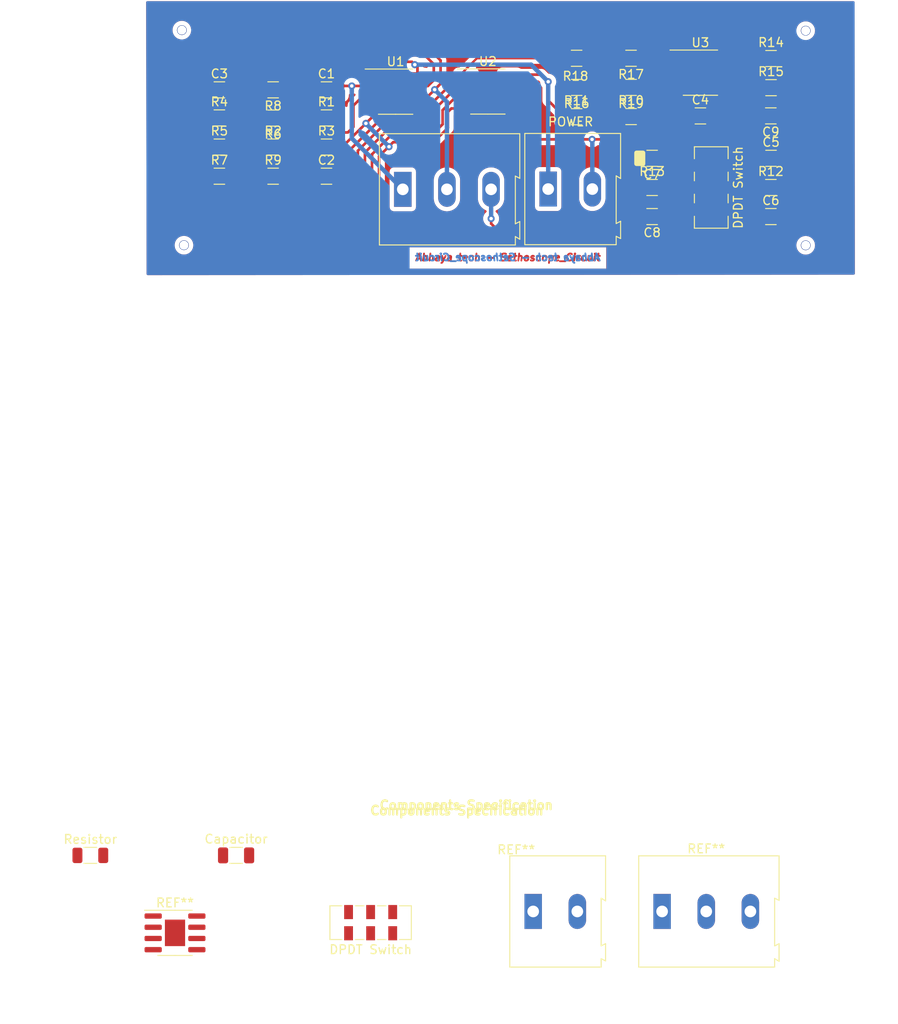
<source format=kicad_pcb>
(kicad_pcb (version 20171130) (host pcbnew "(5.1.0)-1")
  (layers (0 F.Cu signal) (31 B.Cu signal) (34 B.Paste user) (35 F.Paste user) (36 B.SilkS user) (37 F.SilkS user) (38 B.Mask user) (39 F.Mask user) (44 Edge.Cuts user))
  (net 0 "")
  (module TerminalBlock:TerminalBlock_Altech_AK300-2_P5.00mm (layer F.Cu) (at 136.38 180.77)
    (fp_text reference REF** (at -1.92 -6.99) (layer F.SilkS))
    (fp_text value TerminalBlock_Altech_AK300-2_P5.00mm)
    (pad 1 thru_hole rect (at 0 0) (size 1.98 3.96) (drill 1.32) (layers *.Cu *.Mask))
    (pad 2 thru_hole oval (at 5 0) (size 1.98 3.96) (drill 1.32) (layers *.Cu *.Mask))
  )
  (module TerminalBlock:TerminalBlock_Altech_AK300-3_P5.00mm (layer F.Cu) (at 150.985 180.77)
    (fp_text reference REF** (at 5 -7.1) (layer F.SilkS))
    (fp_text value TerminalBlock_Altech_AK300-3_P5.00mm)
    (pad 1 thru_hole rect (at 0 0) (size 1.98 3.96) (drill 1.32) (layers *.Cu *.Mask))
    (pad 2 thru_hole oval (at 5 0) (size 1.98 3.96) (drill 1.32) (layers *.Cu *.Mask))
    (pad 3 thru_hole oval (at 10 0) (size 1.98 3.96) (drill 1.32) (layers *.Cu *.Mask))
  )
  (module Button_Switch_SMD:SW_DPDT_CK_JS202011JCQN (layer F.Cu) (at 117.965 182.04 180)
    (fp_text reference "DPDT Switch" (at 0 -3.05) (layer F.SilkS))
    (fp_text value SW_DPDT_CK_JS202011JCQN)
    (pad 3 smd rect (at 2.5 -1.2 180) (size 1 1.6) (layers F.Cu F.Paste F.Mask))
    (pad 2 smd rect (at 0 -1.2 180) (size 1 1.6) (layers F.Cu F.Paste F.Mask))
    (pad 1 smd rect (at -2.5 -1.2 180) (size 1 1.6) (layers F.Cu F.Paste F.Mask))
    (pad 6 smd rect (at 2.5 1.2 180) (size 1 1.6) (layers F.Cu F.Paste F.Mask))
    (pad 5 smd rect (at 0 1.2 180) (size 1 1.6) (layers F.Cu F.Paste F.Mask))
    (pad 4 smd rect (at -2.5 1.2 180) (size 1 1.6) (layers F.Cu F.Paste F.Mask))
  )
  (module Resistor_SMD:R_1206_3216Metric (layer F.Cu) (at 86.215 174.42)
    (fp_text reference Resistor (at 0 -1.82) (layer F.SilkS))
    (fp_text value R_1206_3216Metric)
    (pad 1 smd roundrect (at -1.4625 0) (size 1.125 1.75) (layers F.Cu F.Paste F.Mask) (roundrect_rratio 0.222222))
    (pad 2 smd roundrect (at 1.4625 0) (size 1.125 1.75) (layers F.Cu F.Paste F.Mask) (roundrect_rratio 0.222222))
  )
  (module Capacitor_SMD:C_1206_3216Metric (layer F.Cu) (at 102.725 174.42)
    (fp_text reference Capacitor (at 0 -1.85) (layer F.SilkS))
    (fp_text value C_1206_3216Metric)
    (pad 2 smd roundrect (at 1.475 0) (size 1.15 1.8) (layers F.Cu F.Paste F.Mask) (roundrect_rratio 0.217391))
    (pad 1 smd roundrect (at -1.475 0) (size 1.15 1.8) (layers F.Cu F.Paste F.Mask) (roundrect_rratio 0.217391))
  )
  (module Package_SO:SOIC-8-1EP_3.9x4.9mm_P1.27mm_EP2.29x3mm (layer F.Cu) (at 95.805 183.195)
    (fp_text reference REF** (at 0 -3.4) (layer F.SilkS))
    (fp_text value SOIC-8-1EP_3.9x4.9mm_P1.27mm_EP2.29x3mm)
    (pad 1 smd roundrect (at -2.475 -1.905) (size 1.95 0.6) (layers F.Cu F.Paste F.Mask))
    (pad 2 smd roundrect (at -2.475 -0.635) (size 1.95 0.6) (layers F.Cu F.Paste F.Mask))
    (pad 3 smd roundrect (at -2.475 0.635) (size 1.95 0.6) (layers F.Cu F.Paste F.Mask))
    (pad 4 smd roundrect (at -2.475 1.905) (size 1.95 0.6) (layers F.Cu F.Paste F.Mask))
    (pad 5 smd roundrect (at 2.475 1.905) (size 1.95 0.6) (layers F.Cu F.Paste F.Mask))
    (pad 6 smd roundrect (at 2.475 0.635) (size 1.95 0.6) (layers F.Cu F.Paste F.Mask))
    (pad 7 smd roundrect (at 2.475 -0.635) (size 1.95 0.6) (layers F.Cu F.Paste F.Mask))
    (pad 8 smd roundrect (at 2.475 -1.905) (size 1.95 0.6) (layers F.Cu F.Paste F.Mask))
    (pad 9 smd rect (at 0 0) (size 2.29 3) (layers F.Cu F.Mask))
  )
  (module Package_SO:SOIC-8-1EP_3.9x4.9mm_P1.27mm_EP2.29x3mm (layer F.Cu) (at 131.245 87.895)
    (fp_text reference U2 (at 0 -3.4) (layer F.SilkS))
    (fp_text value MAX4257)
    (pad 8 smd roundrect (at 2.475 -1.905) (size 1.95 0.6) (layers F.Cu F.Paste F.Mask))
    (pad 7 smd roundrect (at 2.475 -0.635) (size 1.95 0.6) (layers F.Cu F.Paste F.Mask))
    (pad 6 smd roundrect (at 2.475 0.635) (size 1.95 0.6) (layers F.Cu F.Paste F.Mask))
    (pad 5 smd roundrect (at 2.475 1.905) (size 1.95 0.6) (layers F.Cu F.Paste F.Mask))
    (pad 4 smd roundrect (at -2.475 1.905) (size 1.95 0.6) (layers F.Cu F.Paste F.Mask))
    (pad 3 smd roundrect (at -2.475 0.635) (size 1.95 0.6) (layers F.Cu F.Paste F.Mask))
    (pad 2 smd roundrect (at -2.475 -0.635) (size 1.95 0.6) (layers F.Cu F.Paste F.Mask))
    (pad 1 smd roundrect (at -2.475 -1.905) (size 1.95 0.6) (layers F.Cu F.Paste F.Mask))
    (pad 9 smd roundrect (at 0 0) (size 2.29 3) (layers F.Cu F.Mask) (roundrect_rratio 0.10917))
  )
  (module Resistor_SMD:R_1206_3216Metric (layer F.Cu) (at 106.92 90.91 180)
    (fp_text reference R6 (at 0 -1.82) (layer F.SilkS))
    (fp_text value 11k)
    (pad 2 smd roundrect (at 1.4 0 180) (size 1.25 1.75) (layers F.Cu F.Paste F.Mask) (roundrect_rratio 0.2))
    (pad 1 smd roundrect (at -1.4 0 180) (size 1.25 1.75) (layers F.Cu F.Paste F.Mask) (roundrect_rratio 0.2))
  )
  (module TerminalBlock:TerminalBlock_Altech_AK300-3_P5.00mm (layer F.Cu) (at 121.61 98.98)
    (fp_text reference " " (at 5 -7.1) (layer F.SilkS))
    (fp_text value " ")
    (pad 1 thru_hole rect (at 0 0) (size 1.98 3.96) (drill 1.32) (layers *.Cu *.Mask))
    (pad 2 thru_hole oval (at 5 0) (size 1.98 3.96) (drill 1.32) (layers *.Cu *.Mask))
    (pad 3 thru_hole oval (at 10 0) (size 1.98 3.96) (drill 1.32) (layers *.Cu *.Mask))
  )
  (module TerminalBlock:TerminalBlock_Altech_AK300-2_P5.00mm (layer F.Cu) (at 138.08 98.95)
    (fp_text reference POWER (at 2.54 -7.62) (layer F.SilkS))
    (fp_text value " ")
    (pad + thru_hole rect (at 0 0) (size 1.98 3.96) (drill 1.32) (layers *.Cu *.Mask))
    (pad - thru_hole oval (at 5 0) (size 1.98 3.96) (drill 1.32) (layers *.Cu *.Mask))
  )
  (module Resistor_SMD:R_1206_3216Metric (layer F.Cu) (at 149.854 98.771)
    (fp_text reference R13 (at 0 -1.82) (layer F.SilkS))
    (fp_text value 33k)
    (pad 1 smd roundrect (at -1.4 0) (size 1.25 1.75) (layers F.Cu F.Paste F.Mask) (roundrect_rratio 0.2))
    (pad 2 smd roundrect (at 1.4 0) (size 1.25 1.75) (layers F.Cu F.Paste F.Mask) (roundrect_rratio 0.2))
  )
  (module Button_Switch_SMD:SW_DPDT_CK_JS202011JCQN (layer F.Cu) (at 156.553 98.771 270)
    (fp_text reference "DPDT Switch" (at 0 -3.05 90) (layer F.SilkS))
    (fp_text value " ")
    (pad 3 smd rect (at 2.5 -1.2 270) (size 1 1.6) (layers F.Cu F.Paste F.Mask))
    (pad 2 smd rect (at 0 -1.2 270) (size 1 1.6) (layers F.Cu F.Paste F.Mask))
    (pad 1 smd rect (at -2.5 -1.2 270) (size 1 1.6) (layers F.Cu F.Paste F.Mask))
    (pad 6 smd rect (at 2.5 1.2 270) (size 1 1.6) (layers F.Cu F.Paste F.Mask))
    (pad 5 smd rect (at 0 1.2 270) (size 1 1.6) (layers F.Cu F.Paste F.Mask))
    (pad 4 smd rect (at -2.5 1.2 270) (size 1 1.6) (layers F.Cu F.Paste F.Mask))
  )
  (module Resistor_SMD:R_1206_3216Metric (layer F.Cu) (at 100.832 90.888)
    (fp_text reference R4 (at 0 -1.82) (layer F.SilkS))
    (fp_text value 44M)
    (pad 2 smd roundrect (at 1.4 0) (size 1.25 1.75) (layers F.Cu F.Paste F.Mask) (roundrect_rratio 0.2))
    (pad 1 smd roundrect (at -1.4 0) (size 1.25 1.75) (layers F.Cu F.Paste F.Mask) (roundrect_rratio 0.2))
  )
  (module Package_SO:SOIC-8-1EP_3.9x4.9mm_P1.27mm_EP2.29x3mm (layer F.Cu) (at 155.325 85.765)
    (fp_text reference U3 (at 0 -3.4) (layer F.SilkS))
    (fp_text value TL072)
    (pad 9 smd roundrect (at 0 0) (size 2.29 3) (layers F.Cu F.Mask) (roundrect_rratio 0.10917))
    (pad 1 smd roundrect (at -2.475 -1.905) (size 1.95 0.6) (layers F.Cu F.Paste F.Mask))
    (pad 2 smd roundrect (at -2.475 -0.635) (size 1.95 0.6) (layers F.Cu F.Paste F.Mask))
    (pad 3 smd roundrect (at -2.475 0.635) (size 1.95 0.6) (layers F.Cu F.Paste F.Mask))
    (pad 4 smd roundrect (at -2.475 1.905) (size 1.95 0.6) (layers F.Cu F.Paste F.Mask))
    (pad 5 smd roundrect (at 2.475 1.905) (size 1.95 0.6) (layers F.Cu F.Paste F.Mask))
    (pad 6 smd roundrect (at 2.475 0.635) (size 1.95 0.6) (layers F.Cu F.Paste F.Mask))
    (pad 7 smd roundrect (at 2.475 -0.635) (size 1.95 0.6) (layers F.Cu F.Paste F.Mask))
    (pad 8 smd roundrect (at 2.475 -1.905) (size 1.95 0.6) (layers F.Cu F.Paste F.Mask))
  )
  (module Resistor_SMD:R_1206_3216Metric (layer F.Cu) (at 163.325 87.465)
    (fp_text reference R15 (at 0 -1.82) (layer F.SilkS))
    (fp_text value 56k)
    (pad 2 smd roundrect (at 1.4 0) (size 1.25 1.75) (layers F.Cu F.Paste F.Mask) (roundrect_rratio 0.2))
    (pad 1 smd roundrect (at -1.4 0) (size 1.25 1.75) (layers F.Cu F.Paste F.Mask) (roundrect_rratio 0.2))
  )
  (module Capacitor_SMD:C_1206_3216Metric (layer F.Cu) (at 163.3 90.66 180)
    (fp_text reference C9 (at 0 -1.82) (layer F.SilkS))
    (fp_text value 1uf)
    (pad + smd roundrect (at -1.4 0 180) (size 1.25 1.75) (layers F.Cu F.Paste F.Mask) (roundrect_rratio 0.2))
    (pad - smd roundrect (at 1.4 0 180) (size 1.25 1.75) (layers F.Cu F.Paste F.Mask) (roundrect_rratio 0.2))
  )
  (module Resistor_SMD:R_1206_3216Metric (layer F.Cu) (at 163.306 98.771)
    (fp_text reference R12 (at 0 -1.82) (layer F.SilkS))
    (fp_text value 33k)
    (pad 2 smd roundrect (at 1.4 0) (size 1.25 1.75) (layers F.Cu F.Paste F.Mask) (roundrect_rratio 0.2))
    (pad 1 smd roundrect (at -1.4 0) (size 1.25 1.75) (layers F.Cu F.Paste F.Mask) (roundrect_rratio 0.2))
  )
  (module Resistor_SMD:R_1206_3216Metric (layer F.Cu) (at 141.306 87.436 180)
    (fp_text reference R16 (at 0 -1.82) (layer F.SilkS))
    (fp_text value 0)
    (pad 2 smd roundrect (at 1.4 0 180) (size 1.25 1.75) (layers F.Cu F.Paste F.Mask) (roundrect_rratio 0.2))
    (pad 1 smd roundrect (at -1.4 0 180) (size 1.25 1.75) (layers F.Cu F.Paste F.Mask) (roundrect_rratio 0.2))
  )
  (module Resistor_SMD:R_1206_3216Metric (layer F.Cu) (at 147.472 87.436 180)
    (fp_text reference R19 (at 0 -1.82) (layer F.SilkS))
    (fp_text value 47k)
    (pad 1 smd roundrect (at -1.4 0 180) (size 1.25 1.75) (layers F.Cu F.Paste F.Mask) (roundrect_rratio 0.2))
    (pad 2 smd roundrect (at 1.4 0 180) (size 1.25 1.75) (layers F.Cu F.Paste F.Mask) (roundrect_rratio 0.2))
  )
  (module Capacitor_SMD:C_1206_3216Metric (layer F.Cu) (at 112.964 97.492)
    (fp_text reference C2 (at 0 -1.82) (layer F.SilkS))
    (fp_text value 0.47uf)
    (pad 2 smd roundrect (at 1.4 0) (size 1.25 1.75) (layers F.Cu F.Paste F.Mask) (roundrect_rratio 0.2))
    (pad 1 smd roundrect (at -1.4 0) (size 1.25 1.75) (layers F.Cu F.Paste F.Mask) (roundrect_rratio 0.2))
  )
  (module Resistor_SMD:R_1206_3216Metric (layer F.Cu) (at 112.964 94.19)
    (fp_text reference R3 (at 0 -1.82) (layer F.SilkS))
    (fp_text value 100k)
    (pad 2 smd roundrect (at 1.4 0) (size 1.25 1.75) (layers F.Cu F.Paste F.Mask) (roundrect_rratio 0.2))
    (pad 1 smd roundrect (at -1.4 0) (size 1.25 1.75) (layers F.Cu F.Paste F.Mask) (roundrect_rratio 0.2))
  )
  (module Resistor_SMD:R_1206_3216Metric (layer F.Cu) (at 141.3 84.134 180)
    (fp_text reference R18 (at 0.124 -2.032) (layer F.SilkS))
    (fp_text value 0)
    (pad 2 smd roundrect (at 1.4 0 180) (size 1.25 1.75) (layers F.Cu F.Paste F.Mask) (roundrect_rratio 0.2))
    (pad 1 smd roundrect (at -1.4 0 180) (size 1.25 1.75) (layers F.Cu F.Paste F.Mask) (roundrect_rratio 0.2))
  )
  (module Resistor_SMD:R_1206_3216Metric (layer F.Cu) (at 147.466 84.134 180)
    (fp_text reference R17 (at 0 -1.82) (layer F.SilkS))
    (fp_text value 0)
    (pad 1 smd roundrect (at -1.4 0 180) (size 1.25 1.75) (layers F.Cu F.Paste F.Mask) (roundrect_rratio 0.2))
    (pad 2 smd roundrect (at 1.4 0 180) (size 1.25 1.75) (layers F.Cu F.Paste F.Mask) (roundrect_rratio 0.2))
  )
  (module Resistor_SMD:R_1206_3216Metric (layer F.Cu) (at 106.92 87.71 180)
    (fp_text reference R8 (at 0 -1.82) (layer F.SilkS))
    (fp_text value 221k)
    (pad 2 smd roundrect (at 1.4 0 180) (size 1.25 1.75) (layers F.Cu F.Paste F.Mask) (roundrect_rratio 0.2))
    (pad 1 smd roundrect (at -1.4 0 180) (size 1.25 1.75) (layers F.Cu F.Paste F.Mask) (roundrect_rratio 0.2))
  )
  (module Resistor_SMD:R_1206_3216Metric (layer F.Cu) (at 100.832 94.19)
    (fp_text reference R5 (at 0 -1.82) (layer F.SilkS))
    (fp_text value 10k)
    (pad 2 smd roundrect (at 1.4 0) (size 1.25 1.75) (layers F.Cu F.Paste F.Mask) (roundrect_rratio 0.2))
    (pad 1 smd roundrect (at -1.4 0) (size 1.25 1.75) (layers F.Cu F.Paste F.Mask) (roundrect_rratio 0.2))
  )
  (module Resistor_SMD:R_1206_3216Metric (layer F.Cu) (at 163.325 84.165)
    (fp_text reference R14 (at 0 -1.82) (layer F.SilkS))
    (fp_text value 33k)
    (pad 1 smd roundrect (at -1.4 0) (size 1.25 1.75) (layers F.Cu F.Paste F.Mask) (roundrect_rratio 0.2))
    (pad 2 smd roundrect (at 1.4 0) (size 1.25 1.75) (layers F.Cu F.Paste F.Mask) (roundrect_rratio 0.2))
  )
  (module Capacitor_SMD:C_1206_3216Metric (layer F.Cu) (at 163.306 102.065)
    (fp_text reference C6 (at 0 -1.82) (layer F.SilkS))
    (fp_text value 4.7uf)
    (pad - smd roundrect (at 1.4 0) (size 1.25 1.75) (layers F.Cu F.Paste F.Mask) (roundrect_rratio 0.2))
    (pad + smd roundrect (at -1.4 0) (size 1.25 1.75) (layers F.Cu F.Paste F.Mask) (roundrect_rratio 0.2))
  )
  (module Resistor_SMD:R_1206_3216Metric (layer F.Cu) (at 141.306 90.757)
    (fp_text reference R11 (at 0 -1.82) (layer F.SilkS))
    (fp_text value 47k)
    (pad 2 smd roundrect (at 1.4 0) (size 1.25 1.75) (layers F.Cu F.Paste F.Mask) (roundrect_rratio 0.2))
    (pad 1 smd roundrect (at -1.4 0) (size 1.25 1.75) (layers F.Cu F.Paste F.Mask) (roundrect_rratio 0.2))
  )
  (module Capacitor_SMD:C_1206_3216Metric (layer F.Cu) (at 149.854 95.465 180)
    (fp_text reference C7 (at 0 -1.82) (layer F.SilkS))
    (fp_text value 47uf)
    (pad + smd roundrect (at -1.4 0 180) (size 1.25 1.75) (layers F.Cu F.Paste F.Mask) (roundrect_rratio 0.2))
    (pad - smd roundrect (at 1.4 0 180) (size 1.25 1.75) (layers F.Cu F.Paste F.SilkS F.Mask) (roundrect_rratio 0.2))
  )
  (module Resistor_SMD:R_1206_3216Metric (layer F.Cu) (at 112.964 90.888)
    (fp_text reference R1 (at 0 -1.82) (layer F.SilkS))
    (fp_text value 44M)
    (pad 1 smd roundrect (at -1.4 0) (size 1.25 1.75) (layers F.Cu F.Paste F.Mask) (roundrect_rratio 0.2))
    (pad 2 smd roundrect (at 1.4 0) (size 1.25 1.75) (layers F.Cu F.Paste F.Mask) (roundrect_rratio 0.2))
  )
  (module Capacitor_SMD:C_1206_3216Metric (layer F.Cu) (at 155.325 90.665)
    (fp_text reference C4 (at 0 -1.82) (layer F.SilkS))
    (fp_text value 1uf)
    (pad - smd roundrect (at 1.4 0) (size 1.25 1.75) (layers *.Mask F.Cu F.Paste) (roundrect_rratio 0.2))
    (pad + smd roundrect (at -1.4 0) (size 1.25 1.75) (layers F.Cu F.Paste F.Mask) (roundrect_rratio 0.2))
  )
  (module Resistor_SMD:R_1206_3216Metric (layer F.Cu) (at 147.472 90.738)
    (fp_text reference R10 (at 0 -1.82) (layer F.SilkS))
    (fp_text value 47k)
    (pad 1 smd roundrect (at -1.4 0) (size 1.25 1.75) (layers F.Cu F.Paste F.Mask) (roundrect_rratio 0.2))
    (pad 2 smd roundrect (at 1.4 0) (size 1.25 1.75) (layers F.Cu F.Paste F.Mask) (roundrect_rratio 0.2))
  )
  (module Resistor_SMD:R_1206_3216Metric (layer F.Cu) (at 100.832 97.492)
    (fp_text reference R7 (at 0 -1.82) (layer F.SilkS))
    (fp_text value 221k)
    (pad 1 smd roundrect (at -1.4 0) (size 1.25 1.75) (layers F.Cu F.Paste F.Mask) (roundrect_rratio 0.2))
    (pad 2 smd roundrect (at 1.4 0) (size 1.25 1.75) (layers F.Cu F.Paste F.Mask) (roundrect_rratio 0.2))
  )
  (module Package_SO:SOIC-8-1EP_3.9x4.9mm_P1.27mm_EP2.29x3mm (layer F.Cu) (at 120.795 87.915)
    (fp_text reference U1 (at 0 -3.4) (layer F.SilkS))
    (fp_text value MAX4257)
    (pad 8 smd roundrect (at 2.475 -1.905) (size 1.95 0.6) (layers F.Cu F.Paste F.Mask))
    (pad 7 smd roundrect (at 2.475 -0.635) (size 1.95 0.6) (layers F.Cu F.Paste F.Mask))
    (pad 6 smd roundrect (at 2.475 0.635) (size 1.95 0.6) (layers F.Cu F.Paste F.Mask))
    (pad 5 smd roundrect (at 2.475 1.905) (size 1.95 0.6) (layers F.Cu F.Paste F.Mask))
    (pad 4 smd roundrect (at -2.475 1.905) (size 1.95 0.6) (layers F.Cu F.Paste F.Mask))
    (pad 3 smd roundrect (at -2.475 0.635) (size 1.95 0.6) (layers F.Cu F.Paste F.Mask))
    (pad 2 smd roundrect (at -2.475 -0.635) (size 1.95 0.6) (layers F.Cu F.Paste F.Mask))
    (pad 1 smd roundrect (at -2.475 -1.905) (size 1.95 0.6) (layers F.Cu F.Paste F.Mask))
    (pad 9 smd roundrect (at 0 0) (size 2.29 3) (layers F.Cu F.Mask) (roundrect_rratio 0.10917))
  )
  (module Capacitor_SMD:C_1206_3216Metric (layer F.Cu) (at 112.964 87.713)
    (fp_text reference C1 (at 0 -1.82) (layer F.SilkS))
    (fp_text value 10pf)
    (pad 1 smd roundrect (at -1.4 0) (size 1.25 1.75) (layers F.Cu F.Paste F.Mask) (roundrect_rratio 0.2))
    (pad 2 smd roundrect (at 1.4 0) (size 1.25 1.75) (layers F.Cu F.Paste F.Mask) (roundrect_rratio 0.2))
  )
  (module Capacitor_SMD:C_1206_3216Metric (layer F.Cu) (at 100.832 87.713)
    (fp_text reference C3 (at 0 -1.82) (layer F.SilkS))
    (fp_text value 100pf)
    (pad 2 smd roundrect (at 1.4 0) (size 1.25 1.75) (layers F.Cu F.Paste F.Mask) (roundrect_rratio 0.2))
    (pad 1 smd roundrect (at -1.4 0) (size 1.25 1.75) (layers F.Cu F.Paste F.Mask) (roundrect_rratio 0.2))
  )
  (module Capacitor_SMD:C_1206_3216Metric (layer F.Cu) (at 163.325 95.465)
    (fp_text reference C5 (at 0 -1.82) (layer F.SilkS))
    (fp_text value 47uf)
    (pad + smd roundrect (at -1.4 0) (size 1.25 1.75) (layers F.Cu F.Paste F.Mask) (roundrect_rratio 0.2))
    (pad - smd roundrect (at 1.4 0) (size 1.25 1.75) (layers F.Cu F.Paste F.Mask) (roundrect_rratio 0.2))
  )
  (module Resistor_SMD:R_1206_3216Metric (layer F.Cu) (at 106.92 97.492)
    (fp_text reference R9 (at 0 -1.82) (layer F.SilkS))
    (fp_text value 100k)
    (pad 1 smd roundrect (at -1.4 0) (size 1.25 1.75) (layers F.Cu F.Paste F.Mask) (roundrect_rratio 0.2))
    (pad 2 smd roundrect (at 1.4 0) (size 1.25 1.75) (layers F.Cu F.Paste F.Mask) (roundrect_rratio 0.2))
  )
  (module Resistor_SMD:R_1206_3216Metric (layer F.Cu) (at 106.92 94.19)
    (fp_text reference R2 (at 0 -1.82) (layer F.SilkS))
    (fp_text value 100k)
    (pad 1 smd roundrect (at -1.4 0) (size 1.25 1.75) (layers F.Cu F.Paste F.Mask) (roundrect_rratio 0.2))
    (pad 2 smd roundrect (at 1.4 0) (size 1.25 1.75) (layers F.Cu F.Paste F.Mask) (roundrect_rratio 0.2))
  )
  (module Capacitor_SMD:C_1206_3216Metric (layer F.Cu) (at 149.854 102.065 180)
    (fp_text reference C8 (at 0 -1.82) (layer F.SilkS))
    (fp_text value 4.7uf)
    (pad - smd roundrect (at 1.4 0 180) (size 1.25 1.75) (layers F.Cu F.Paste F.Mask) (roundrect_rratio 0.2))
    (pad + smd roundrect (at -1.4 0 180) (size 1.25 1.75) (layers F.Cu F.Paste F.Mask) (roundrect_rratio 0.2))
  )
  (gr_text "Abhaya tech - Sethoscope_Circuit" (at 133.53 106.68) (layer B.Cu) (effects (font (size 0.8 0.8) (thickness 0.2) italic) (justify mirror)))
  (gr_text "Abhaya tech - Sethoscope_Circuit" (at 133.5 106.69) (layer F.Cu) (effects (font (size 0.8 0.8) (thickness 0.2) italic)))
  (gr_text "Components Specification " (at 128.125 169.34) (layer F.SilkS) (effects (font (size 1 1) (thickness 0.25))))
  (gr_text "Components Specification " (at 129.1844 168.73728) (layer F.SilkS) (effects (font (size 1 1) (thickness 0.25))))
  (segment (start 99.432 91.136) (end 99.438 91.142) (width 0.8) (layer F.Cu) (net 0))
  (segment (start 99.432 90.888) (end 99.432 91.136) (width 0.8) (layer F.Cu) (net 0))
  (segment (start 148.751 90.642) (end 148.739 90.63) (width 0.8) (layer F.Cu) (net 0))
  (segment (start 139.876 84.14) (end 139.87 84.134) (width 0.8) (layer F.Cu) (net 0))
  (segment (start 146.066 82.616) (end 146.453 82.229) (width 0.300387) (layer F.Cu) (net 0))
  (segment (start 146.066 84.134) (end 146.066 82.616) (width 0.300387) (layer F.Cu) (net 0))
  (segment (start 111.564 87.211) (end 111.564 87.713) (width 0.300387) (layer F.Cu) (net 0))
  (segment (start 111.564 86.966) (end 111.564 87.713) (width 0.300387) (layer F.Cu) (net 0))
  (segment (start 112.52 86.01) (end 112.32 86.21) (width 0.300387) (layer F.Cu) (net 0))
  (segment (start 118.32 86.01) (end 112.52 86.01) (width 0.300387) (layer F.Cu) (net 0))
  (segment (start 112.32 86.21) (end 111.564 86.966) (width 0.300387) (layer F.Cu) (net 0))
  (segment (start 108.32 90.91) (end 111.564 90.91) (width 0.300387) (layer F.Cu) (net 0))
  (segment (start 105.52 87.713) (end 105.52 87.81) (width 0.300387) (layer F.Cu) (net 0))
  (segment (start 105.52 94.19) (end 105.443 94.19) (width 0.300387) (layer F.Cu) (net 0))
  (segment (start 108.32 94.19) (end 111.564 94.19) (width 0.300387) (layer F.Cu) (net 0))
  (segment (start 116.52 83.81) (end 115.92 84.41) (width 0.300387) (layer F.Cu) (net 0))
  (segment (start 115.92 84.41) (end 111.92 84.41) (width 0.300387) (layer F.Cu) (net 0))
  (segment (start 111.92 84.41) (end 111.12 85.21) (width 0.300387) (layer F.Cu) (net 0))
  (segment (start 122.52 83.81) (end 122.72 83.81) (width 0.300387) (layer F.Cu) (net 0))
  (segment (start 122.52 83.81) (end 116.52 83.81) (width 0.300387) (layer F.Cu) (net 0))
  (segment (start 123.32 83.81) (end 122.52 83.81) (width 0.300387) (layer F.Cu) (net 0))
  (segment (start 125.12 84.81) (end 124.12 83.81) (width 0.300387) (layer F.Cu) (net 0))
  (segment (start 125.12 86.61) (end 125.12 84.81) (width 0.300387) (layer F.Cu) (net 0))
  (segment (start 124.45 87.28) (end 125.12 86.61) (width 0.300387) (layer F.Cu) (net 0))
  (segment (start 124.12 83.81) (end 123.32 83.81) (width 0.300387) (layer F.Cu) (net 0))
  (segment (start 123.27 87.28) (end 124.45 87.28) (width 0.300387) (layer F.Cu) (net 0))
  (segment (start 116.32 85.21) (end 112.32 85.21) (width 0.300387) (layer F.Cu) (net 0))
  (segment (start 116.995 84.535) (end 116.32 85.21) (width 0.300387) (layer F.Cu) (net 0))
  (segment (start 123.27 85.16) (end 122.97 84.86) (width 0.300387) (layer F.Cu) (net 0))
  (segment (start 112.32 85.21) (end 111.52 86.01) (width 0.300387) (layer F.Cu) (net 0))
  (segment (start 123.27 86.01) (end 123.27 85.16) (width 0.300387) (layer F.Cu) (net 0))
  (segment (start 142.7 84.134) (end 146.066 84.134) (width 0.300387) (layer F.Cu) (net 0))
  (segment (start 139.9 87.43) (end 139.906 87.436) (width 0.300387) (layer F.Cu) (net 0))
  (segment (start 139.9 84.134) (end 139.9 87.43) (width 0.300387) (layer F.Cu) (net 0))
  (segment (start 142.706 87.436) (end 146.072 87.436) (width 0.300387) (layer F.Cu) (net 0))
  (segment (start 148.866 87.43) (end 148.872 87.436) (width 0.300387) (layer F.Cu) (net 0))
  (segment (start 148.866 84.134) (end 148.866 87.43) (width 0.300387) (layer F.Cu) (net 0))
  (segment (start 142.706 90.757) (end 142.706 90.294) (width 0.300387) (layer F.Cu) (net 0))
  (segment (start 148.866 90.738) (end 148.872 90.738) (width 0.300387) (layer F.Cu) (net 0))
  (segment (start 105.52 90.888) (end 105.474 90.888) (width 0.300387) (layer F.Cu) (net 0))
  (segment (start 111.564 97.492) (end 111.564 94.19) (width 0.300387) (layer F.Cu) (net 0))
  (segment (start 114.364 97.492) (end 114.364 94.19) (width 0.300387) (layer F.Cu) (net 0))
  (segment (start 111.564 94.19) (end 111.564 93.815) (width 0.300387) (layer F.Cu) (net 0))
  (segment (start 111.564 93.815) (end 112.84 92.539) (width 0.300387) (layer F.Cu) (net 0))
  (segment (start 112.84 92.539) (end 115.38 92.539) (width 0.300387) (layer F.Cu) (net 0))
  (segment (start 115.38 92.539) (end 116.015 91.904) (width 0.300387) (layer F.Cu) (net 0))
  (segment (start 116.015 91.904) (end 116.015 89.491) (width 0.300387) (layer F.Cu) (net 0))
  (segment (start 116.956 88.55) (end 118.32 88.55) (width 0.300387) (layer F.Cu) (net 0))
  (segment (start 116.015 89.491) (end 116.956 88.55) (width 0.300387) (layer F.Cu) (net 0))
  (segment (start 99.432 87.713) (end 99.432 90.888) (width 0.300387) (layer F.Cu) (net 0))
  (segment (start 99.432 94.371) (end 99.432 94.19) (width 0.300387) (layer F.Cu) (net 0))
  (segment (start 155.353 96.271) (end 153.931 96.271) (width 0.300387) (layer F.Cu) (net 0))
  (segment (start 153.125 95.465) (end 151.254 95.465) (width 0.300387) (layer F.Cu) (net 0))
  (segment (start 153.931 96.271) (end 153.125 95.465) (width 0.300387) (layer F.Cu) (net 0))
  (segment (start 155.353 101.271) (end 154.019 101.271) (width 0.300387) (layer F.Cu) (net 0))
  (segment (start 153.225 102.065) (end 151.254 102.065) (width 0.300387) (layer F.Cu) (net 0))
  (segment (start 154.019 101.271) (end 153.225 102.065) (width 0.300387) (layer F.Cu) (net 0))
  (segment (start 151.254 98.771) (end 155.353 98.771) (width 0.300387) (layer F.Cu) (net 0))
  (segment (start 157.753 98.771) (end 161.906 98.771) (width 0.300387) (layer F.Cu) (net 0))
  (segment (start 157.753 96.271) (end 159.519 96.271) (width 0.300387) (layer F.Cu) (net 0))
  (segment (start 160.325 95.465) (end 161.925 95.465) (width 0.300387) (layer F.Cu) (net 0))
  (segment (start 159.519 96.271) (end 160.325 95.465) (width 0.300387) (layer F.Cu) (net 0))
  (segment (start 157.753 101.271) (end 159.531 101.271) (width 0.300387) (layer F.Cu) (net 0))
  (segment (start 160.325 102.065) (end 161.906 102.065) (width 0.300387) (layer F.Cu) (net 0))
  (segment (start 159.531 101.271) (end 160.325 102.065) (width 0.300387) (layer F.Cu) (net 0))
  (segment (start 164.725 95.465) (end 164.725 96.265) (width 0.300387) (layer F.Cu) (net 0))
  (segment (start 164.725 96.265) (end 163.325 97.665) (width 0.300387) (layer F.Cu) (net 0))
  (segment (start 164.706 102.065) (end 164.706 101.246) (width 0.300387) (layer F.Cu) (net 0))
  (segment (start 164.706 101.146) (end 163.325 99.765) (width 0.300387) (layer F.Cu) (net 0))
  (segment (start 164.706 102.065) (end 164.706 101.146) (width 0.300387) (layer F.Cu) (net 0))
  (segment (start 151.254 97.994) (end 151.254 98.771) (width 0.300387) (layer F.Cu) (net 0))
  (segment (start 149.825 96.565) (end 151.254 97.994) (width 0.300387) (layer F.Cu) (net 0))
  (segment (start 161.927 84.177) (end 161.927 83.863) (width 0.300387) (layer F.Cu) (net 0))
  (segment (start 142.706 90.294) (end 143.913 89.087) (width 0.300387) (layer F.Cu) (net 0))
  (segment (start 146.072 87.436) (end 146.496 87.436) (width 0.300387) (layer F.Cu) (net 0))
  (segment (start 146.496 87.436) (end 148.125 89.065) (width 0.300387) (layer F.Cu) (net 0))
  (segment (start 148.125 89.065) (end 150.025 89.065) (width 0.300387) (layer F.Cu) (net 0))
  (segment (start 150.025 89.065) (end 150.325 88.765) (width 0.300387) (layer F.Cu) (net 0))
  (segment (start 150.325 88.765) (end 150.325 86.265) (width 0.300387) (layer F.Cu) (net 0))
  (segment (start 151.46 85.13) (end 152.85 85.13) (width 0.300387) (layer F.Cu) (net 0))
  (segment (start 150.325 86.265) (end 151.46 85.13) (width 0.300387) (layer F.Cu) (net 0))
  (segment (start 152.85 86.4) (end 151.79 86.4) (width 0.300387) (layer F.Cu) (net 0))
  (segment (start 151.79 86.4) (end 151.225 86.965) (width 0.300387) (layer F.Cu) (net 0))
  (segment (start 151.225 86.965) (end 151.225 89.065) (width 0.300387) (layer F.Cu) (net 0))
  (segment (start 149.552 90.738) (end 148.872 90.738) (width 0.300387) (layer F.Cu) (net 0))
  (segment (start 151.225 89.065) (end 149.552 90.738) (width 0.300387) (layer F.Cu) (net 0))
  (segment (start 146.072 90.738) (end 146.072 91.612) (width 0.300387) (layer F.Cu) (net 0))
  (segment (start 146.072 91.612) (end 146.925 92.465) (width 0.300387) (layer F.Cu) (net 0))
  (segment (start 152.85 87.67) (end 152.85 88.19) (width 0.300387) (layer F.Cu) (net 0))
  (segment (start 152.85 88.19) (end 153.625 88.965) (width 0.300387) (layer F.Cu) (net 0))
  (segment (start 153.625 88.965) (end 155.825 88.965) (width 0.300387) (layer F.Cu) (net 0))
  (segment (start 156.725 89.865) (end 156.725 90.665) (width 0.300387) (layer F.Cu) (net 0))
  (segment (start 155.825 88.965) (end 156.725 89.865) (width 0.300387) (layer F.Cu) (net 0))
  (segment (start 149.14 83.86) (end 148.866 84.134) (width 0.300387) (layer F.Cu) (net 0))
  (segment (start 152.85 83.86) (end 149.14 83.86) (width 0.300387) (layer F.Cu) (net 0))
  (segment (start 160.413 84.177) (end 161.927 84.177) (width 0.300387) (layer F.Cu) (net 0))
  (segment (start 164.727 87.463) (end 164.725 87.465) (width 0.300387) (layer F.Cu) (net 0))
  (segment (start 161.927 84.177) (end 162.013 84.177) (width 0.300387) (layer F.Cu) (net 0))
  (segment (start 148.872 90.738) (end 148.498 90.738) (width 0.300387) (layer F.Cu) (net 0))
  (segment (start 146.847 89.087) (end 143.913 89.087) (width 0.300387) (layer F.Cu) (net 0))
  (segment (start 148.498 90.738) (end 146.847 89.087) (width 0.300387) (layer F.Cu) (net 0))
  (segment (start 146.925 92.465) (end 149.925 92.465) (width 0.300387) (layer F.Cu) (net 0))
  (segment (start 151.725 90.665) (end 153.925 90.665) (width 0.300387) (layer F.Cu) (net 0))
  (segment (start 149.925 92.465) (end 151.725 90.665) (width 0.300387) (layer F.Cu) (net 0))
  (segment (start 159.46 85.13) (end 160.413 84.177) (width 0.300387) (layer F.Cu) (net 0))
  (segment (start 157.8 85.13) (end 159.46 85.13) (width 0.300387) (layer F.Cu) (net 0))
  (segment (start 166.525 88.245) (end 166.525 88.495) (width 0.300387) (layer F.Cu) (net 0))
  (segment (start 167.265 88.755) (end 167.265 88.595) (width 0.300387) (layer F.Cu) (net 0))
  (segment (start 163.325 97.665) (end 163.325 99.765) (width 0.300387) (layer F.Cu) (net 0))
  (segment (start 114.364 94.19) (end 114.54 94.19) (width 0.300387) (layer F.Cu) (net 0))
  (segment (start 118.92 91.21) (end 121.88 91.21) (width 0.300387) (layer F.Cu) (net 0))
  (segment (start 115.72 94.41) (end 118.92 91.21) (width 0.300387) (layer F.Cu) (net 0))
  (segment (start 121.88 91.21) (end 123.27 89.82) (width 0.300387) (layer F.Cu) (net 0))
  (segment (start 115.72 98.61) (end 115.72 94.41) (width 0.300387) (layer F.Cu) (net 0))
  (segment (start 115.12 99.21) (end 115.72 98.61) (width 0.300387) (layer F.Cu) (net 0))
  (segment (start 112.12 99.21) (end 115.12 99.21) (width 0.300387) (layer F.Cu) (net 0))
  (segment (start 111.564 98.654) (end 112.12 99.21) (width 0.300387) (layer F.Cu) (net 0))
  (segment (start 111.564 97.492) (end 111.564 98.654) (width 0.300387) (layer F.Cu) (net 0))
  (segment (start 117.32 94.81) (end 119.72 92.41) (width 0.300387) (layer F.Cu) (net 0))
  (segment (start 122.52 92.41) (end 122.72 92.41) (width 0.300387) (layer F.Cu) (net 0))
  (segment (start 124.32 92.41) (end 125.52 91.21) (width 0.300387) (layer F.Cu) (net 0))
  (segment (start 122.52 92.41) (end 124.32 92.41) (width 0.300387) (layer F.Cu) (net 0))
  (segment (start 105.52 98.61) (end 105.52 97.492) (width 0.300387) (layer F.Cu) (net 0))
  (segment (start 107.72 100.81) (end 105.52 98.61) (width 0.300387) (layer F.Cu) (net 0))
  (segment (start 117.32 99.21) (end 115.72 100.81) (width 0.300387) (layer F.Cu) (net 0))
  (segment (start 117.32 99.21) (end 117.32 94.81) (width 0.300387) (layer F.Cu) (net 0))
  (segment (start 128.12 86.01) (end 128.77 86.01) (width 0.300387) (layer F.Cu) (net 0))
  (segment (start 124.92 90.81) (end 124.92 89.21) (width 0.300387) (layer F.Cu) (net 0))
  (segment (start 119.32 91.81) (end 123.92 91.81) (width 0.300387) (layer F.Cu) (net 0))
  (segment (start 116.52 99.01) (end 116.52 94.61) (width 0.300387) (layer F.Cu) (net 0))
  (segment (start 115.52 100.01) (end 116.52 99.01) (width 0.300387) (layer F.Cu) (net 0))
  (segment (start 123.92 91.81) (end 124.92 90.81) (width 0.300387) (layer F.Cu) (net 0))
  (segment (start 109.52 100.01) (end 115.52 100.01) (width 0.300387) (layer F.Cu) (net 0))
  (segment (start 116.52 94.61) (end 119.32 91.81) (width 0.300387) (layer F.Cu) (net 0))
  (segment (start 108.32 98.81) (end 109.52 100.01) (width 0.300387) (layer F.Cu) (net 0))
  (segment (start 108.32 97.492) (end 108.32 98.81) (width 0.300387) (layer F.Cu) (net 0))
  (segment (start 125.52 91.21) (end 125.52 89.61) (width 0.300387) (layer F.Cu) (net 0))
  (segment (start 127.85 87.28) (end 128.77 87.28) (width 0.300387) (layer F.Cu) (net 0))
  (segment (start 125.52 89.61) (end 127.85 87.28) (width 0.300387) (layer F.Cu) (net 0))
  (segment (start 126.12 90.01) (end 127.58 88.55) (width 0.300387) (layer F.Cu) (net 0))
  (segment (start 126.12 91.61) (end 126.12 90.01) (width 0.300387) (layer F.Cu) (net 0))
  (segment (start 124.72 93.01) (end 126.12 91.61) (width 0.300387) (layer F.Cu) (net 0))
  (segment (start 118.12 95.01) (end 120.12 93.01) (width 0.300387) (layer F.Cu) (net 0))
  (segment (start 118.12 95.41) (end 118.12 95.01) (width 0.300387) (layer F.Cu) (net 0))
  (segment (start 127.58 88.55) (end 128.77 88.55) (width 0.300387) (layer F.Cu) (net 0))
  (segment (start 102.232 87.713) (end 102.232 90.888) (width 0.300387) (layer F.Cu) (net 0))
  (segment (start 99.432 93.898) (end 99.432 94.19) (width 0.300387) (layer F.Cu) (net 0))
  (segment (start 105.52 97.478) (end 102.232 94.19) (width 0.300387) (layer F.Cu) (net 0))
  (segment (start 105.52 97.492) (end 105.52 97.478) (width 0.300387) (layer F.Cu) (net 0))
  (segment (start 99.432 97.492) (end 99.432 96.898) (width 0.300387) (layer F.Cu) (net 0))
  (segment (start 102.232 90.888) (end 101.642 90.888) (width 0.300387) (layer F.Cu) (net 0))
  (segment (start 99.432 93.098) (end 99.432 94.19) (width 0.300387) (layer F.Cu) (net 0))
  (segment (start 101.642 90.888) (end 99.432 93.098) (width 0.300387) (layer F.Cu) (net 0))
  (segment (start 107.32 101.61) (end 104.92 99.21) (width 0.300387) (layer F.Cu) (net 0))
  (segment (start 118.12 95.21) (end 118.12 99.61) (width 0.300387) (layer F.Cu) (net 0))
  (segment (start 107.72 100.81) (end 115.72 100.81) (width 0.300387) (layer F.Cu) (net 0))
  (segment (start 116.12 101.61) (end 116.62 101.11) (width 0.300387) (layer F.Cu) (net 0))
  (segment (start 116.62 101.11) (end 116.32 101.41) (width 0.300387) (layer F.Cu) (net 0))
  (segment (start 107.32 101.61) (end 116.12 101.61) (width 0.300387) (layer F.Cu) (net 0))
  (segment (start 118.12 99.61) (end 116.62 101.11) (width 0.300387) (layer F.Cu) (net 0))
  (segment (start 120.52 93.01) (end 120.12 93.01) (width 0.300387) (layer F.Cu) (net 0))
  (segment (start 120.32 93.01) (end 120.52 93.01) (width 0.300387) (layer F.Cu) (net 0))
  (segment (start 120.52 93.01) (end 124.72 93.01) (width 0.300387) (layer F.Cu) (net 0))
  (segment (start 120.12 92.41) (end 119.72 92.41) (width 0.300387) (layer F.Cu) (net 0))
  (segment (start 119.92 92.41) (end 120.12 92.41) (width 0.300387) (layer F.Cu) (net 0))
  (segment (start 120.12 92.41) (end 122.52 92.41) (width 0.300387) (layer F.Cu) (net 0))
  (segment (start 116.52 102.41) (end 118.92 100.01) (width 0.300387) (layer F.Cu) (net 0))
  (segment (start 106.72 102.41) (end 116.52 102.41) (width 0.300387) (layer F.Cu) (net 0))
  (segment (start 104.32 100.01) (end 106.72 102.41) (width 0.300387) (layer F.Cu) (net 0))
  (segment (start 101.72 100.01) (end 104.32 100.01) (width 0.300387) (layer F.Cu) (net 0))
  (segment (start 99.432 97.722) (end 101.72 100.01) (width 0.300387) (layer F.Cu) (net 0))
  (segment (start 99.432 97.492) (end 99.432 97.722) (width 0.300387) (layer F.Cu) (net 0))
  (segment (start 105.52 87.713) (end 105.52 90.888) (width 0.300387) (layer F.Cu) (net 0))
  (segment (start 104.52 92.61) (end 105.52 91.61) (width 0.300387) (layer F.Cu) (net 0))
  (segment (start 101.72 92.61) (end 104.52 92.61) (width 0.300387) (layer F.Cu) (net 0))
  (segment (start 100.92 93.41) (end 101.72 92.61) (width 0.300387) (layer F.Cu) (net 0))
  (segment (start 105.52 91.61) (end 105.52 90.888) (width 0.300387) (layer F.Cu) (net 0))
  (segment (start 100.92 96.61) (end 100.92 93.41) (width 0.300387) (layer F.Cu) (net 0))
  (segment (start 129.996 84.134) (end 127.82 86.31) (width 0.25) (layer F.Cu) (net 0))
  (segment (start 139.9 84.134) (end 129.996 84.134) (width 0.25) (layer F.Cu) (net 0))
  (segment (start 127.82 86.31) (end 128.12 86.01) (width 0.300387) (layer F.Cu) (net 0))
  (segment (start 124.92 89.21) (end 127.82 86.31) (width 0.300387) (layer F.Cu) (net 0))
  (segment (start 108.32 87.71) (end 108.32 88.11) (width 0.300387) (layer F.Cu) (net 0))
  (segment (start 108.32 88.11) (end 107.02 89.41) (width 0.300387) (layer F.Cu) (net 0))
  (segment (start 107.02 92.69) (end 106.81 92.9) (width 0.300387) (layer F.Cu) (net 0))
  (segment (start 107.02 89.41) (end 107.02 92.69) (width 0.300387) (layer F.Cu) (net 0))
  (segment (start 106.81 92.9) (end 105.52 94.19) (width 0.300387) (layer F.Cu) (net 0))
  (segment (start 106.92 92.79) (end 106.81 92.9) (width 0.300387) (layer F.Cu) (net 0))
  (segment (start 101.935 85.21) (end 99.432 87.713) (width 0.300387) (layer F.Cu) (net 0))
  (segment (start 103.835 86.11) (end 102.232 87.713) (width 0.300387) (layer F.Cu) (net 0))
  (segment (start 110.02 86.01) (end 108.32 87.71) (width 0.300387) (layer F.Cu) (net 0))
  (segment (start 111.52 86.01) (end 110.02 86.01) (width 0.300387) (layer F.Cu) (net 0))
  (segment (start 111.12 85.21) (end 109.72 85.21) (width 0.300387) (layer F.Cu) (net 0))
  (segment (start 108.82 86.11) (end 106.92 86.11) (width 0.300387) (layer F.Cu) (net 0))
  (segment (start 109.72 85.21) (end 108.82 86.11) (width 0.300387) (layer F.Cu) (net 0))
  (segment (start 106.92 86.11) (end 103.835 86.11) (width 0.300387) (layer F.Cu) (net 0))
  (segment (start 107.32 86.11) (end 106.92 86.11) (width 0.300387) (layer F.Cu) (net 0))
  (segment (start 106.32 85.21) (end 101.935 85.21) (width 0.300387) (layer F.Cu) (net 0))
  (segment (start 106.82 85.21) (end 106.32 85.21) (width 0.300387) (layer F.Cu) (net 0))
  (segment (start 148.454 95.465) (end 148.454 94.144) (width 0.300387) (layer F.Cu) (net 0))
  (segment (start 161.925 87.465) (end 161.925 87.305) (width 0.300387) (layer F.Cu) (net 0))
  (segment (start 164.725 84.505) (end 164.725 84.165) (width 0.300387) (layer F.Cu) (net 0))
  (segment (start 162.83 86.4) (end 163.02 86.21) (width 0.300387) (layer F.Cu) (net 0))
  (segment (start 161.925 87.305) (end 163.02 86.21) (width 0.300387) (layer F.Cu) (net 0))
  (segment (start 164.725 87.465) (end 164.725 90.765) (width 0.300387) (layer F.Cu) (net 0))
  (segment (start 163.47 85.76) (end 160.77 85.76) (width 0.300387) (layer F.Cu) (net 0))
  (segment (start 163.02 86.21) (end 163.47 85.76) (width 0.300387) (layer F.Cu) (net 0))
  (segment (start 163.47 85.76) (end 164.725 84.505) (width 0.300387) (layer F.Cu) (net 0))
  (segment (start 160.13 86.4) (end 157.8 86.4) (width 0.300387) (layer F.Cu) (net 0))
  (segment (start 160.77 85.76) (end 160.13 86.4) (width 0.300387) (layer F.Cu) (net 0))
  (segment (start 159 92.89) (end 159.125 92.765) (width 0.300387) (layer F.Cu) (net 0))
  (segment (start 158.225 93.665) (end 159 92.89) (width 0.300387) (layer F.Cu) (net 0))
  (segment (start 156.73 90.66) (end 156.725 90.665) (width 0.300387) (layer F.Cu) (net 0))
  (segment (start 161.9 90.66) (end 156.73 90.66) (width 0.300387) (layer F.Cu) (net 0))
  (segment (start 157.8 87.67) (end 159.24 89.11) (width 0.300387) (layer F.Cu) (net 0))
  (segment (start 159.24 89.11) (end 162.92 89.11) (width 0.300387) (layer F.Cu) (net 0))
  (segment (start 162.92 89.11) (end 163.42 89.61) (width 0.300387) (layer F.Cu) (net 0))
  (segment (start 159.48 92.41) (end 159 92.89) (width 0.300387) (layer F.Cu) (net 0))
  (segment (start 159.48 92.41) (end 162.86 92.41) (width 0.300387) (layer F.Cu) (net 0))
  (segment (start 163.42 91.85) (end 163.42 89.61) (width 0.300387) (layer F.Cu) (net 0))
  (segment (start 162.86 92.41) (end 163.42 91.85) (width 0.300387) (layer F.Cu) (net 0))
  (segment (start 165.525 82.165) (end 166.525 83.165) (width 0.300387) (layer F.Cu) (net 0))
  (segment (start 163.825 82.165) (end 165.525 82.165) (width 0.300387) (layer F.Cu) (net 0))
  (segment (start 161.927 84.063) (end 163.825 82.165) (width 0.300387) (layer F.Cu) (net 0))
  (segment (start 161.927 84.177) (end 161.927 84.063) (width 0.300387) (layer F.Cu) (net 0))
  (segment (start 164.706 98.771) (end 164.769 98.771) (width 0.300387) (layer F.Cu) (net 0))
  (segment (start 164.769 98.771) (end 167.265 96.275) (width 0.300387) (layer F.Cu) (net 0))
  (segment (start 167.265 96.275) (end 167.265 88.315) (width 0.300387) (layer F.Cu) (net 0))
  (segment (start 167.265 88.675) (end 167.265 88.315) (width 0.300387) (layer F.Cu) (net 0))
  (segment (start 164.725 95.465) (end 164.725 94.825) (width 0.300387) (layer F.Cu) (net 0))
  (segment (start 166.525 93.025) (end 166.525 92.375) (width 0.300387) (layer F.Cu) (net 0))
  (segment (start 164.725 94.825) (end 166.525 93.025) (width 0.300387) (layer F.Cu) (net 0))
  (segment (start 166.525 83.165) (end 166.525 92.375) (width 0.300387) (layer F.Cu) (net 0))
  (segment (start 118.955 84.535) (end 116.995 84.535) (width 0.300387) (layer F.Cu) (net 0))
  (segment (start 122.645 84.535) (end 118.955 84.535) (width 0.300387) (layer F.Cu) (net 0))
  (via (at 115.83 87.27) (size 0.8) (drill 0.4) (layers F.Cu B.Cu) (net 0))
  (segment (start 114.797 87.28) (end 114.364 87.713) (width 0.300387) (layer F.Cu) (net 0))
  (segment (start 146.453 82.229) (end 146.471 82.229) (width 0.300387) (layer F.Cu) (net 0))
  (segment (start 147.225 81.475) (end 146.755 81.945) (width 0.300387) (layer F.Cu) (net 0))
  (segment (start 165.895 81.475) (end 147.225 81.475) (width 0.300387) (layer F.Cu) (net 0))
  (segment (start 167.265 82.845) (end 165.895 81.475) (width 0.300387) (layer F.Cu) (net 0))
  (segment (start 167.265 88.315) (end 167.265 82.845) (width 0.300387) (layer F.Cu) (net 0))
  (segment (start 146.755 81.945) (end 147.08 81.62) (width 0.300387) (layer F.Cu) (net 0))
  (segment (start 146.471 82.229) (end 146.755 81.945) (width 0.300387) (layer F.Cu) (net 0))
  (segment (start 115.84 87.28) (end 115.83 87.27) (width 0.5) (layer F.Cu) (net 0))
  (segment (start 122.97 84.86) (end 122.645 84.535) (width 0.300387) (layer F.Cu) (net 0))
  (segment (start 139.903 90.76) (end 139.906 90.757) (width 0.300387) (layer F.Cu) (net 0))
  (segment (start 115.83 93.2) (end 121.61 98.98) (width 0.5) (layer B.Cu) (net 0))
  (segment (start 115.83 87.27) (end 115.83 93.2) (width 0.5) (layer B.Cu) (net 0))
  (segment (start 118.95 95.21) (end 119.73 94.43) (width 0.300387) (layer F.Cu) (net 0))
  (segment (start 118.92 95.24) (end 118.95 95.21) (width 0.300387) (layer F.Cu) (net 0))
  (segment (start 118.92 100.01) (end 118.92 95.24) (width 0.300387) (layer F.Cu) (net 0))
  (segment (start 128.82 89.87) (end 128.82 91.21) (width 0.300387) (layer F.Cu) (net 0))
  (segment (start 128.77 89.82) (end 128.82 89.87) (width 0.300387) (layer F.Cu) (net 0))
  (segment (start 127.11 89.82) (end 128.77 89.82) (width 0.300387) (layer F.Cu) (net 0))
  (segment (start 126.72 90.21) (end 127.11 89.82) (width 0.300387) (layer F.Cu) (net 0))
  (segment (start 126.72 92.01) (end 126.72 90.21) (width 0.300387) (layer F.Cu) (net 0))
  (segment (start 125.09 93.64) (end 126.72 92.01) (width 0.300387) (layer F.Cu) (net 0))
  (segment (start 149.825 96.565) (end 149.825 94.635) (width 0.300387) (layer F.Cu) (net 0))
  (segment (start 150.795 93.665) (end 150.225 94.235) (width 0.300387) (layer F.Cu) (net 0))
  (segment (start 158.225 93.665) (end 150.795 93.665) (width 0.300387) (layer F.Cu) (net 0))
  (segment (start 150.225 94.235) (end 150.58 93.88) (width 0.300387) (layer F.Cu) (net 0))
  (segment (start 149.825 94.635) (end 150.225 94.235) (width 0.300387) (layer F.Cu) (net 0))
  (via (at 143.05 93.32) (size 0.8) (drill 0.4) (layers F.Cu B.Cu) (net 0))
  (segment (start 130.93 93.32) (end 130.43 92.82) (width 0.300387) (layer F.Cu) (net 0))
  (segment (start 143.05 93.32) (end 130.93 93.32) (width 0.300387) (layer F.Cu) (net 0))
  (segment (start 130.43 92.82) (end 130.875 93.265) (width 0.300387) (layer F.Cu) (net 0))
  (segment (start 128.82 91.21) (end 130.43 92.82) (width 0.300387) (layer F.Cu) (net 0))
  (segment (start 143.05 93.32) (end 147.63 93.32) (width 0.300387) (layer F.Cu) (net 0))
  (segment (start 147.63 93.32) (end 147.945 93.635) (width 0.300387) (layer F.Cu) (net 0))
  (segment (start 147.945 93.635) (end 147.84 93.53) (width 0.300387) (layer F.Cu) (net 0))
  (segment (start 148.454 94.144) (end 147.945 93.635) (width 0.300387) (layer F.Cu) (net 0))
  (segment (start 156.725 91.475) (end 156.725 90.665) (width 0.300387) (layer F.Cu) (net 0))
  (segment (start 155.935 92.265) (end 156.725 91.475) (width 0.300387) (layer F.Cu) (net 0))
  (segment (start 155.935 92.275) (end 155.935 92.265) (width 0.300387) (layer F.Cu) (net 0))
  (segment (start 150.96 92.54) (end 155.67 92.54) (width 0.300387) (layer F.Cu) (net 0))
  (segment (start 155.67 92.54) (end 155.935 92.275) (width 0.300387) (layer F.Cu) (net 0))
  (segment (start 150.18 93.32) (end 150.96 92.54) (width 0.300387) (layer F.Cu) (net 0))
  (segment (start 147.63 93.32) (end 150.18 93.32) (width 0.300387) (layer F.Cu) (net 0))
  (segment (start 143.08 93.35) (end 143.05 93.32) (width 0.5) (layer B.Cu) (net 0))
  (segment (start 143.08 98.95) (end 143.08 93.35) (width 0.5) (layer B.Cu) (net 0))
  (via (at 125.22 87.69) (size 0.8) (drill 0.4) (layers F.Cu B.Cu) (net 0))
  (segment (start 124.36 88.55) (end 125.22 87.69) (width 0.300387) (layer F.Cu) (net 0))
  (segment (start 123.27 88.55) (end 124.36 88.55) (width 0.300387) (layer F.Cu) (net 0))
  (segment (start 109.22 84.41) (end 108.42 85.21) (width 0.300387) (layer F.Cu) (net 0))
  (segment (start 110.52 84.41) (end 109.22 84.41) (width 0.300387) (layer F.Cu) (net 0))
  (segment (start 115.52 83.61) (end 111.32 83.61) (width 0.300387) (layer F.Cu) (net 0))
  (segment (start 124.52 83.01) (end 116.12 83.01) (width 0.300387) (layer F.Cu) (net 0))
  (segment (start 108.42 85.21) (end 106.32 85.21) (width 0.300387) (layer F.Cu) (net 0))
  (segment (start 116.12 83.01) (end 115.52 83.61) (width 0.300387) (layer F.Cu) (net 0))
  (segment (start 125.89 84.38) (end 124.52 83.01) (width 0.300387) (layer F.Cu) (net 0))
  (segment (start 111.32 83.61) (end 110.52 84.41) (width 0.300387) (layer F.Cu) (net 0))
  (segment (start 125.89 87.02) (end 125.89 84.38) (width 0.300387) (layer F.Cu) (net 0))
  (segment (start 125.22 87.69) (end 125.89 87.02) (width 0.300387) (layer F.Cu) (net 0))
  (segment (start 138.08 91.44) (end 138.08 91.11) (width 0.5) (layer B.Cu) (net 0))
  (via (at 138.08 86.79) (size 0.8) (drill 0.4) (layers F.Cu B.Cu) (net 0))
  (via (at 122.97 84.86) (size 0.8) (drill 0.4) (layers F.Cu B.Cu) (net 0))
  (segment (start 133.72 85.99) (end 135.15 85.99) (width 0.300387) (layer F.Cu) (net 0))
  (segment (start 137.28 85.99) (end 138.08 86.79) (width 0.300387) (layer F.Cu) (net 0))
  (segment (start 133.72 85.99) (end 137.28 85.99) (width 0.300387) (layer F.Cu) (net 0))
  (segment (start 138.08 91.92) (end 138.08 86.79) (width 0.5) (layer B.Cu) (net 0))
  (segment (start 138.08 98.95) (end 138.08 91.92) (width 0.5) (layer B.Cu) (net 0))
  (segment (start 138.08 91.92) (end 138.08 91.44) (width 0.5) (layer B.Cu) (net 0))
  (segment (start 136.15 84.86) (end 138.08 86.79) (width 0.5) (layer B.Cu) (net 0))
  (segment (start 122.97 84.86) (end 136.15 84.86) (width 0.5) (layer B.Cu) (net 0))
  (via (at 131.615 102.295) (size 0.8) (drill 0.4) (layers F.Cu B.Cu) (net 0))
  (segment (start 131.61 98.98) (end 131.62 98.97) (width 0.5) (layer B.Cu) (net 0))
  (segment (start 114.74 94.19) (end 114.364 94.19) (width 0.300387) (layer F.Cu) (net 0))
  (segment (start 116.88 92.05) (end 114.74 94.19) (width 0.300387) (layer F.Cu) (net 0))
  (via (at 117.43 91.51) (size 0.8) (drill 0.4) (layers F.Cu B.Cu) (net 0))
  (segment (start 119.73 94.43) (end 120.52 93.64) (width 0.300387) (layer F.Cu) (net 0))
  (segment (start 120.52 93.64) (end 125.09 93.64) (width 0.300387) (layer F.Cu) (net 0))
  (segment (start 126.61 89.08) (end 126.61 89.21) (width 0.5) (layer B.Cu) (net 0))
  (segment (start 125.22 87.69) (end 126.61 89.08) (width 0.5) (layer B.Cu) (net 0))
  (segment (start 126.61 98.98) (end 126.61 89.21) (width 0.5) (layer B.Cu) (net 0))
  (via (at 120.05 94.15) (size 0.8) (drill 0.4) (layers F.Cu B.Cu) (net 0))
  (segment (start 117.43 91.53) (end 120.05 94.15) (width 0.5) (layer B.Cu) (net 0))
  (segment (start 117.43 91.51) (end 117.43 91.53) (width 0.5) (layer B.Cu) (net 0))
  (segment (start 116.89 92.05) (end 117.43 91.51) (width 0.300387) (layer F.Cu) (net 0))
  (segment (start 116.88 92.05) (end 116.89 92.05) (width 0.300387) (layer F.Cu) (net 0))
  (segment (start 118.32 90.62) (end 117.43 91.51) (width 0.300387) (layer F.Cu) (net 0))
  (segment (start 118.32 89.82) (end 118.32 90.62) (width 0.300387) (layer F.Cu) (net 0))
  (segment (start 156.459 100.065) (end 157.753 98.771) (width 0.300387) (layer F.Cu) (net 0))
  (segment (start 152.485 100.065) (end 154.465 100.065) (width 0.300387) (layer F.Cu) (net 0))
  (segment (start 152.085 100.465) (end 152.485 100.065) (width 0.300387) (layer F.Cu) (net 0))
  (segment (start 154.465 100.065) (end 156.459 100.065) (width 0.300387) (layer F.Cu) (net 0))
  (segment (start 154.025 100.065) (end 154.465 100.065) (width 0.300387) (layer F.Cu) (net 0))
  (segment (start 118.31 87.27) (end 118.32 87.28) (width 0.300387) (layer F.Cu) (net 0))
  (segment (start 115.83 87.27) (end 118.31 87.27) (width 0.300387) (layer F.Cu) (net 0))
  (segment (start 114.807 87.27) (end 114.364 87.713) (width 0.300387) (layer F.Cu) (net 0))
  (segment (start 115.83 87.27) (end 114.807 87.27) (width 0.300387) (layer F.Cu) (net 0))
  (segment (start 148.454 102.065) (end 147.985 102.065) (width 0.300387) (layer F.Cu) (net 0))
  (segment (start 147.985 102.065) (end 147.06 101.14) (width 0.300387) (layer F.Cu) (net 0))
  (segment (start 147.06 96.859) (end 148.454 95.465) (width 0.300387) (layer F.Cu) (net 0))
  (segment (start 147.06 101.14) (end 147.06 96.859) (width 0.300387) (layer F.Cu) (net 0))
  (segment (start 148.454 98.771) (end 148.454 99.504) (width 0.300387) (layer F.Cu) (net 0))
  (segment (start 149.415 100.465) (end 150.835 100.465) (width 0.300387) (layer F.Cu) (net 0))
  (segment (start 148.454 99.504) (end 149.415 100.465) (width 0.300387) (layer F.Cu) (net 0))
  (segment (start 150.835 100.465) (end 152.085 100.465) (width 0.300387) (layer F.Cu) (net 0))
  (segment (start 150.525 100.465) (end 150.835 100.465) (width 0.300387) (layer F.Cu) (net 0))
  (segment (start 101.802 97.492) (end 101.635 97.325) (width 0.300387) (layer F.Cu) (net 0))
  (segment (start 101.635 97.325) (end 100.92 96.61) (width 0.300387) (layer F.Cu) (net 0))
  (segment (start 103.52 99.21) (end 103.83 99.21) (width 0.300387) (layer F.Cu) (net 0))
  (segment (start 101.635 97.325) (end 103.52 99.21) (width 0.300387) (layer F.Cu) (net 0))
  (segment (start 104.92 99.21) (end 103.83 99.21) (width 0.300387) (layer F.Cu) (net 0))
  (segment (start 111.564 90.888) (end 111.564 87.713) (width 0.300387) (layer F.Cu) (net 0))
  (segment (start 114.364 90.888) (end 114.364 87.713) (width 0.300387) (layer F.Cu) (net 0))
  (via (at 96.58 80.95) (size 1.1) (drill 1) (layers F.Cu B.Cu) (net 0))
  (via (at 96.82 105.31) (size 1.1) (drill 1) (layers F.Cu B.Cu) (net 0))
  (via (at 167.25 81.01) (size 1.1) (drill 1) (layers F.Cu B.Cu) (net 0))
  (via (at 167.25 105.32) (size 1.1) (drill 1) (layers F.Cu B.Cu) (net 0))
  (segment (start 141.24 89.423) (end 139.906 90.757) (width 0.300387) (layer F.Cu) (net 0))
  (segment (start 141.24 86.19) (end 141.24 89.423) (width 0.300387) (layer F.Cu) (net 0))
  (segment (start 141.7 85.73) (end 141.24 86.19) (width 0.300387) (layer F.Cu) (net 0))
  (segment (start 156.39 82.45) (end 147.99 82.45) (width 0.300387) (layer F.Cu) (net 0))
  (segment (start 157.8 83.86) (end 156.39 82.45) (width 0.300387) (layer F.Cu) (net 0))
  (segment (start 147.37 83.07) (end 147.37 85.37) (width 0.300387) (layer F.Cu) (net 0))
  (segment (start 147.37 85.37) (end 147.01 85.73) (width 0.300387) (layer F.Cu) (net 0))
  (segment (start 147.99 82.45) (end 147.37 83.07) (width 0.300387) (layer F.Cu) (net 0))
  (segment (start 147.01 85.73) (end 141.7 85.73) (width 0.300387) (layer F.Cu) (net 0))
  (segment (start 138.609 89.46) (end 139.906 90.757) (width 0.300387) (layer F.Cu) (net 0))
  (segment (start 138.609 89.46) (end 138.609 89.439) (width 0.300387) (layer F.Cu) (net 0))
  (segment (start 138.08 88.91) (end 138.08 86.79) (width 0.300387) (layer F.Cu) (net 0))
  (segment (start 138.609 89.439) (end 138.08 88.91) (width 0.300387) (layer F.Cu) (net 0))
  (segment (start 164.706 103.04) (end 163.226 104.52) (width 0.300387) (layer F.Cu) (net 0))
  (segment (start 164.706 102.065) (end 164.706 103.04) (width 0.300387) (layer F.Cu) (net 0))
  (segment (start 131.615 98.985) (end 131.61 98.98) (width 0.5) (layer B.Cu) (net 0))
  (segment (start 131.615 102.295) (end 131.615 98.985) (width 0.5) (layer B.Cu) (net 0))
  (segment (start 133.274315 104.52) (end 133.89 104.52) (width 0.300387) (layer F.Cu) (net 0))
  (segment (start 131.615 102.860685) (end 133.274315 104.52) (width 0.300387) (layer F.Cu) (net 0))
  (segment (start 131.615 102.295) (end 131.615 102.860685) (width 0.300387) (layer F.Cu) (net 0))
  (segment (start 163.226 104.52) (end 133.89 104.52) (width 0.300387) (layer F.Cu) (net 0))
  (segment (start 133.89 104.52) (end 133.565 104.52) (width 0.300387) (layer F.Cu) (net 0))
  (zone (net 0) (net_name "") (layer B.Cu) (connect_pads (clearance 0.508)) (min_thickness 0.254) (fill yes (arc_segments 32) (thermal_gap 0.508) (thermal_bridge_width 0.508))
    (polygon (pts (xy 92.54 77.67) (xy 92.59 108.695) (xy 172.815 108.645) (xy 172.79 77.67)))
  )
  (zone (net 0) (net_name "") (layer F.Cu) (connect_pads (clearance 0.508)) (min_thickness 0.254) (fill yes (arc_segments 32) (thermal_gap 0.508) (thermal_bridge_width 0.508))
    (polygon (pts (xy 92.54 77.67) (xy 92.59 108.695) (xy 172.815 108.645) (xy 172.79 77.67)))
  )
)
</source>
